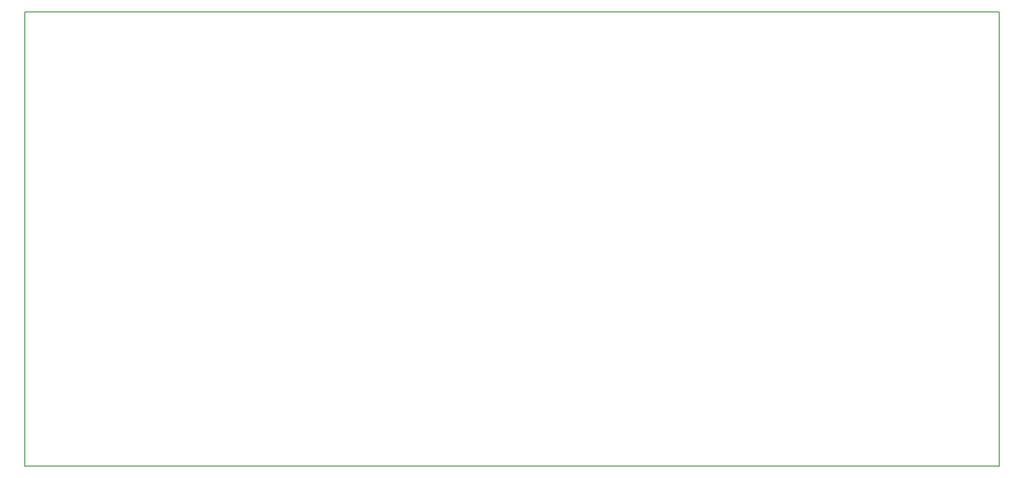
<source format=gbo>
G04 MADE WITH FRITZING*
G04 WWW.FRITZING.ORG*
G04 DOUBLE SIDED*
G04 HOLES PLATED*
G04 CONTOUR ON CENTER OF CONTOUR VECTOR*
%ASAXBY*%
%FSLAX23Y23*%
%MOIN*%
%OFA0B0*%
%SFA1.0B1.0*%
%ADD10R,7.086620X3.307090X7.070620X3.291090*%
%ADD11C,0.008000*%
%LNSILK0*%
G90*
G70*
G54D11*
X4Y3303D02*
X7083Y3303D01*
X7083Y4D01*
X4Y4D01*
X4Y3303D01*
D02*
G04 End of Silk0*
M02*
</source>
